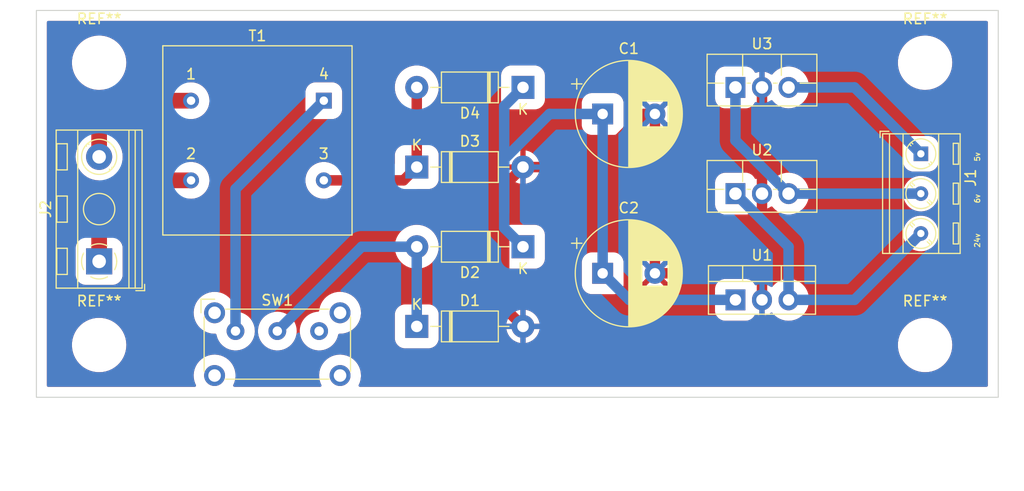
<source format=kicad_pcb>
(kicad_pcb (version 20211014) (generator pcbnew)
  (title_block (title "Power_Supply") (date "2022-06-01") (rev "01"))
  (layers (0 "F.Cu" signal) (31 "B.Cu" signal) (34 "B.Paste" user) (35 "F.Paste" user) (36 "B.SilkS" user "B.Silkscreen") (37 "F.SilkS" user "F.Silkscreen") (38 "B.Mask" user) (39 "F.Mask" user) (44 "Edge.Cuts" user))
  (net 0 "")
  (net 1 "GND")
  (net 2 "Net-(D1-Pad1)")
  (net 3 "Net-(D3-Pad1)")
  (net 4 "Net-(SW1-Pad1)")
  (net 5 "Net-(C1-Pad1)")
  (net 6 "Net-(J1-Pad1)")
  (net 7 "Net-(J1-Pad2)")
  (net 8 "Net-(J1-Pad3)")
  (net 9 "Net-(J2-Pad1)")
  (net 10 "Net-(J2-Pad2)")
  (footprint "Diode_THT:D_DO-41_SOD81_P10.16mm_Horizontal" (layer "F.Cu") (at 119.38 93.98)
    (fp_text reference "D3" (at 5.08 -2.47) (layer "F.SilkS"))
    (fp_text value "1N4007")
    (fp_text user "K" (at 0 -2.1) (layer "F.SilkS"))
    (pad "1" thru_hole rect (at 0 0) (size 2.2 2.2) (drill 1.1) (layers *.Cu *.Mask) (net 3 "Net-(D3-Pad1)"))
    (pad "2" thru_hole oval (at 10.16 0) (size 2.2 2.2) (drill 1.1) (layers *.Cu *.Mask) (net 1 "GND"))
  )
  (footprint "MountingHole:MountingHole_3.2mm_M3" (layer "F.Cu") (at 89 84)
    (fp_text reference "REF**" (at 0 -4.2) (layer "F.SilkS"))
    (fp_text value "MountingHole_3.2mm_M3")
    (pad "" np_thru_hole circle (at 0 0) (size 3.2 3.2) (drill 3.2) (layers *.Cu *.Mask))
  )
  (footprint "Capacitor_THT:CP_Radial_D10.0mm_P5.00mm" (layer "F.Cu") (at 137.16 88.9)
    (fp_text reference "C1" (at 2.5 -6.25) (layer "F.SilkS"))
    (fp_text value "1000uF")
    (pad "1" thru_hole rect (at 0 0) (size 2 2) (drill 1) (layers *.Cu *.Mask) (net 5 "Net-(C1-Pad1)"))
    (pad "2" thru_hole circle (at 5 0) (size 2 2) (drill 1) (layers *.Cu *.Mask) (net 1 "GND"))
  )
  (footprint "Transformer_THT:Transformer_NF_ETAL_1-1_P1200" (layer "F.Cu") (at 110.49 87.63)
    (fp_text reference "T1" (at -6.35 -6.2) (layer "F.SilkS"))
    (fp_text value "Transformer_1P_1S")
    (fp_text user "1" (at -12.7 -2.54 unlocked) (layer "F.SilkS"))
    (fp_text user "2" (at -12.7 5.08 unlocked) (layer "F.SilkS"))
    (fp_text user "3" (at 0 5.08 unlocked) (layer "F.SilkS"))
    (fp_text user "4" (at 0 -2.54 unlocked) (layer "F.SilkS"))
    (pad "1" thru_hole circle (at -12.7 0) (size 1.52 1.52) (drill 0.81) (layers *.Cu *.Mask) (net 10 "Net-(J2-Pad2)"))
    (pad "2" thru_hole circle (at -12.7 7.62) (size 1.52 1.52) (drill 0.81) (layers *.Cu *.Mask) (net 9 "Net-(J2-Pad1)"))
    (pad "3" thru_hole circle (at 0 7.62) (size 1.52 1.52) (drill 0.81) (layers *.Cu *.Mask) (net 3 "Net-(D3-Pad1)"))
    (pad "4" thru_hole rect (at 0 0) (size 1.52 1.52) (drill 0.81) (layers *.Cu *.Mask) (net 4 "Net-(SW1-Pad1)"))
  )
  (footprint "MountingHole:MountingHole_3.2mm_M3" (layer "F.Cu") (at 168 84)
    (fp_text reference "REF**" (at 0 -4.2) (layer "F.SilkS"))
    (fp_text value "MountingHole_3.2mm_M3")
    (pad "" np_thru_hole circle (at 0 0) (size 3.2 3.2) (drill 3.2) (layers *.Cu *.Mask))
  )
  (footprint "Package_TO_SOT_THT:TO-220F-3_Vertical" (layer "F.Cu") (at 149.86 86.36)
    (fp_text reference "U3" (at 2.54 -4.1675) (layer "F.SilkS"))
    (fp_text value "L7805")
    (pad "1" thru_hole rect (at 0 0) (size 1.905 2) (drill 1.2) (layers *.Cu *.Mask) (net 7 "Net-(J1-Pad2)"))
    (pad "2" thru_hole oval (at 2.54 0) (size 1.905 2) (drill 1.2) (layers *.Cu *.Mask) (net 1 "GND"))
    (pad "3" thru_hole oval (at 5.08 0) (size 1.905 2) (drill 1.2) (layers *.Cu *.Mask) (net 6 "Net-(J1-Pad1)"))
  )
  (footprint "TerminalBlock_MetzConnect:TerminalBlock_MetzConnect_Type086_RT03403HBLC_1x03_P3.81mm_Horizontal" (layer "F.Cu") (at 167.595 92.71 -90)
    (fp_text reference "J1" (at 2.29 -4.76 90) (layer "F.SilkS"))
    (fp_text value "Screw_Terminal_01x03")
    (pad "1" thru_hole rect (at 0 0 270) (size 1.4 1.4) (drill 0.7) (layers *.Cu *.Mask) (net 6 "Net-(J1-Pad1)"))
    (pad "2" thru_hole circle (at 3.81 0 270) (size 1.4 1.4) (drill 0.7) (layers *.Cu *.Mask) (net 7 "Net-(J1-Pad2)"))
    (pad "3" thru_hole circle (at 7.62 0 270) (size 1.4 1.4) (drill 0.7) (layers *.Cu *.Mask) (net 8 "Net-(J1-Pad3)"))
  )
  (footprint "Capacitor_THT:CP_Radial_D10.0mm_P5.00mm" (layer "F.Cu") (at 137.16 104.14)
    (fp_text reference "C2" (at 2.5 -6.25) (layer "F.SilkS"))
    (fp_text value "470uF")
    (pad "1" thru_hole rect (at 0 0) (size 2 2) (drill 1) (layers *.Cu *.Mask) (net 5 "Net-(C1-Pad1)"))
    (pad "2" thru_hole circle (at 5 0) (size 2 2) (drill 1) (layers *.Cu *.Mask) (net 1 "GND"))
  )
  (footprint "Diode_THT:D_DO-41_SOD81_P10.16mm_Horizontal" (layer "F.Cu") (at 129.54 101.6 180)
    (fp_text reference "D2" (at 5.08 -2.47) (layer "F.SilkS"))
    (fp_text value "1N4007")
    (fp_text user "K" (at 0 -2.1) (layer "F.SilkS"))
    (pad "1" thru_hole rect (at 0 0 180) (size 2.2 2.2) (drill 1.1) (layers *.Cu *.Mask) (net 5 "Net-(C1-Pad1)"))
    (pad "2" thru_hole oval (at 10.16 0 180) (size 2.2 2.2) (drill 1.1) (layers *.Cu *.Mask) (net 2 "Net-(D1-Pad1)"))
  )
  (footprint "Package_TO_SOT_THT:TO-220-3_Vertical" (layer "F.Cu") (at 149.86 106.68)
    (fp_text reference "U1" (at 2.54 -4.27) (layer "F.SilkS"))
    (fp_text value "L7824")
    (pad "1" thru_hole rect (at 0 0) (size 1.905 2) (drill 1.1) (layers *.Cu *.Mask) (net 5 "Net-(C1-Pad1)"))
    (pad "2" thru_hole oval (at 2.54 0) (size 1.905 2) (drill 1.1) (layers *.Cu *.Mask) (net 1 "GND"))
    (pad "3" thru_hole oval (at 5.08 0) (size 1.905 2) (drill 1.1) (layers *.Cu *.Mask) (net 8 "Net-(J1-Pad3)"))
  )
  (footprint "TerminalBlock_RND:TerminalBlock_RND_205-00298_1x02_P10.00mm_Horizontal" (layer "F.Cu") (at 89 103 90)
    (fp_text reference "J2" (at 5 -5.11 90) (layer "F.SilkS"))
    (fp_text value "Screw_Terminal_01x02")
    (pad "1" thru_hole rect (at 0 0 90) (size 2.5 2.5) (drill 1.3) (layers *.Cu *.Mask) (net 9 "Net-(J2-Pad1)"))
    (pad "2" thru_hole circle (at 10 0 90) (size 2.5 2.5) (drill 1.3) (layers *.Cu *.Mask) (net 10 "Net-(J2-Pad2)"))
  )
  (footprint "MountingHole:MountingHole_3.2mm_M3" (layer "F.Cu") (at 89 111)
    (fp_text reference "REF**" (at 0 -4.2) (layer "F.SilkS"))
    (fp_text value "MountingHole_3.2mm_M3")
    (pad "" np_thru_hole circle (at 0 0) (size 3.2 3.2) (drill 3.2) (layers *.Cu *.Mask))
  )
  (footprint "Package_TO_SOT_THT:TO-220F-3_Vertical" (layer "F.Cu") (at 149.86 96.52)
    (fp_text reference "U2" (at 2.54 -4.1675) (layer "F.SilkS"))
    (fp_text value "L7806")
    (pad "1" thru_hole rect (at 0 0) (size 1.905 2) (drill 1.2) (layers *.Cu *.Mask) (net 8 "Net-(J1-Pad3)"))
    (pad "2" thru_hole oval (at 2.54 0) (size 1.905 2) (drill 1.2) (layers *.Cu *.Mask) (net 1 "GND"))
    (pad "3" thru_hole oval (at 5.08 0) (size 1.905 2) (drill 1.2) (layers *.Cu *.Mask) (net 7 "Net-(J1-Pad2)"))
  )
  (footprint "MountingHole:MountingHole_3.2mm_M3" (layer "F.Cu") (at 168 111)
    (fp_text reference "REF**" (at 0 -4.2) (layer "F.SilkS"))
    (fp_text value "MountingHole_3.2mm_M3")
    (pad "" np_thru_hole circle (at 0 0) (size 3.2 3.2) (drill 3.2) (layers *.Cu *.Mask))
  )
  (footprint "Button_Switch_THT:SW_E-Switch_EG1224_SPDT_Angled" (layer "F.Cu") (at 102.0425 109.6675)
    (fp_text reference "SW1" (at 4 -2.95) (layer "F.SilkS"))
    (fp_text value "SW_DIP_x01")
    (pad "" thru_hole circle (at -2 4.25) (size 2 2) (drill 1.2) (layers *.Cu *.Mask))
    (pad "" thru_hole circle (at -2 -1.75) (size 2 2) (drill 1.2) (layers *.Cu *.Mask))
    (pad "" thru_hole circle (at 10 4.25) (size 2 2) (drill 1.2) (layers *.Cu *.Mask))
    (pad "" thru_hole circle (at 10 -1.75) (size 2 2) (drill 1.2) (layers *.Cu *.Mask))
    (pad "1" thru_hole circle (at 0 0) (size 1.7 1.7) (drill 0.9) (layers *.Cu *.Mask) (net 4 "Net-(SW1-Pad1)"))
    (pad "2" thru_hole circle (at 4 0) (size 1.7 1.7) (drill 0.9) (layers *.Cu *.Mask) (net 2 "Net-(D1-Pad1)"))
    (pad "3" thru_hole circle (at 8 0) (size 1.7 1.7) (drill 0.9) (layers *.Cu *.Mask))
  )
  (footprint "Diode_THT:D_DO-41_SOD81_P10.16mm_Horizontal" (layer "F.Cu") (at 129.54 86.36 180)
    (fp_text reference "D4" (at 5.08 -2.47) (layer "F.SilkS"))
    (fp_text value "1N4007")
    (fp_text user "K" (at 0 -2.1) (layer "F.SilkS"))
    (pad "1" thru_hole rect (at 0 0 180) (size 2.2 2.2) (drill 1.1) (layers *.Cu *.Mask) (net 5 "Net-(C1-Pad1)"))
    (pad "2" thru_hole oval (at 10.16 0 180) (size 2.2 2.2) (drill 1.1) (layers *.Cu *.Mask) (net 3 "Net-(D3-Pad1)"))
  )
  (footprint "Diode_THT:D_DO-41_SOD81_P10.16mm_Horizontal" (layer "F.Cu") (at 119.38 109.22)
    (fp_text reference "D1" (at 5.08 -2.47) (layer "F.SilkS"))
    (fp_text value "1N4007")
    (fp_text user "K" (at 0 -2.1) (layer "F.SilkS"))
    (pad "1" thru_hole rect (at 0 0) (size 2.2 2.2) (drill 1.1) (layers *.Cu *.Mask) (net 2 "Net-(D1-Pad1)"))
    (pad "2" thru_hole oval (at 10.16 0) (size 2.2 2.2) (drill 1.1) (layers *.Cu *.Mask) (net 1 "GND"))
  )
  (gr_rect (start 83 79) (end 175 116) (layer "Edge.Cuts") (width 0.1) (fill none))
  (gr_text "24v" (at 173 101 90) (layer "F.SilkS") (effects (font (size 0.5 0.5) (thickness 0.1))))
  (gr_text "6v" (at 173 97 90) (layer "F.SilkS") (effects (font (size 0.5 0.5) (thickness 0.1))))
  (gr_text "5v" (at 173 93 90) (layer "F.SilkS") (effects (font (size 0.5 0.5) (thickness 0.1))))
  (segment (start 152.4 86.36) (end 152.4 96.52) (width 1) (layer "F.Cu") (net 1))
  (segment (start 146.78 104.14) (end 149.96 100.96) (width 1) (layer "F.Cu") (net 1))
  (segment (start 152.4 106.68) (end 152.4 103.4) (width 1) (layer "F.Cu") (net 1))
  (segment (start 152.4 103.4) (end 149.96 100.96) (width 1) (layer "F.Cu") (net 1))
  (segment (start 152.4 98.52) (end 152.4 96.52) (width 1) (layer "F.Cu") (net 1))
  (segment (start 127.740489 107.420489) (end 127.740489 95.779511) (width 1) (layer "F.Cu") (net 1))
  (segment (start 149.96 100.96) (end 152.4 98.52) (width 1) (layer "F.Cu") (net 1))
  (segment (start 129.54 109.22) (end 127.740489 107.420489) (width 1) (layer "F.Cu") (net 1))
  (segment (start 142.16 88.9) (end 141.1 88.9) (width 1) (layer "F.Cu") (net 1))
  (segment (start 127.740489 95.779511) (end 129.54 93.98) (width 1) (layer "F.Cu") (net 1))
  (segment (start 136.02 93.98) (end 129.54 93.98) (width 1) (layer "F.Cu") (net 1))
  (segment (start 142.16 88.9) (end 142.16 104.14) (width 1) (layer "F.Cu") (net 1))
  (segment (start 142.16 104.14) (end 146.78 104.14) (width 1) (layer "F.Cu") (net 1))
  (segment (start 141.1 88.9) (end 136.02 93.98) (width 1) (layer "F.Cu") (net 1))
  (segment (start 114.11 101.6) (end 119.38 101.6) (width 1) (layer "B.Cu") (net 2))
  (segment (start 106.0425 109.6675) (end 114.11 101.6) (width 1) (layer "B.Cu") (net 2))
  (segment (start 119.38 101.6) (end 119.38 104.62) (width 1) (layer "B.Cu") (net 2))
  (segment (start 119.38 104.62) (end 119.38 109.22) (width 1) (layer "B.Cu") (net 2))
  (segment (start 110.49 95.25) (end 118.11 95.25) (width 1) (layer "F.Cu") (net 3))
  (segment (start 118.11 95.25) (end 119.38 93.98) (width 1) (layer "F.Cu") (net 3))
  (segment (start 119.38 86.36) (end 119.38 93.98) (width 1) (layer "F.Cu") (net 3))
  (segment (start 102.0425 109.6675) (end 102.0425 96.0775) (width 1) (layer "B.Cu") (net 4))
  (segment (start 102.0425 96.0775) (end 110.49 87.63) (width 1) (layer "B.Cu") (net 4))
  (segment (start 127.740489 93.234617) (end 132.075106 88.9) (width 1) (layer "B.Cu") (net 5))
  (segment (start 137.16 104.14) (end 139.7 106.68) (width 1) (layer "B.Cu") (net 5))
  (segment (start 127.740489 98.259511) (end 127.740489 99.800489) (width 1) (layer "B.Cu") (net 5))
  (segment (start 132.075106 88.9) (end 137.16 88.9) (width 1) (layer "B.Cu") (net 5))
  (segment (start 127.740489 99.800489) (end 129.54 101.6) (width 1) (layer "B.Cu") (net 5))
  (segment (start 137.16 88.9) (end 137.16 104.14) (width 1) (layer "B.Cu") (net 5))
  (segment (start 127.740489 98.259511) (end 127.740489 93.234617) (width 1) (layer "B.Cu") (net 5))
  (segment (start 129.54 86.36) (end 127.740489 88.159511) (width 1) (layer "B.Cu") (net 5))
  (segment (start 127.740489 88.159511) (end 127.740489 98.259511) (width 1) (layer "B.Cu") (net 5))
  (segment (start 139.7 106.68) (end 149.86 106.68) (width 1) (layer "B.Cu") (net 5))
  (segment (start 154.94 86.36) (end 161.245 86.36) (width 1) (layer "B.Cu") (net 6))
  (segment (start 161.245 86.36) (end 167.595 92.71) (width 1) (layer "B.Cu") (net 6))
  (segment (start 154.94 96.52) (end 167.595 96.52) (width 1) (layer "B.Cu") (net 7))
  (segment (start 149.86 91.44) (end 154.94 96.52) (width 1) (layer "B.Cu") (net 7))
  (segment (start 149.86 86.36) (end 149.86 91.44) (width 1) (layer "B.Cu") (net 7))
  (segment (start 161.245 106.68) (end 167.595 100.33) (width 1) (layer "B.Cu") (net 8))
  (segment (start 154.94 106.68) (end 161.245 106.68) (width 1) (layer "B.Cu") (net 8))
  (segment (start 154.94 101.6) (end 149.86 96.52) (width 1) (layer "B.Cu") (net 8))
  (segment (start 154.94 106.68) (end 154.94 101.6) (width 1) (layer "B.Cu") (net 8))
  (segment (start 91.75 95.25) (end 97.79 95.25) (width 1.5) (layer "F.Cu") (net 9))
  (segment (start 89 103) (end 89 98) (width 1.5) (layer "F.Cu") (net 9))
  (segment (start 89 98) (end 91.75 95.25) (width 1.5) (layer "F.Cu") (net 9))
  (segment (start 89 90) (end 91.37 87.63) (width 1.5) (layer "F.Cu") (net 10))
  (segment (start 89 93) (end 89 90) (width 1.5) (layer "F.Cu") (net 10))
  (segment (start 91.37 87.63) (end 97.79 87.63) (width 1.5) (layer "F.Cu") (net 10))
  (zone (net 1) (net_name "GND") (layers F&B.Cu) (connect_pads (clearance 1)) (min_thickness 0.254) (fill yes (thermal_gap 0.508) (thermal_bridge_width 0.508))
    (polygon (pts (xy 176 117) (xy 82 117) (xy 82 78) (xy 176 78)))
  )
)
</source>
